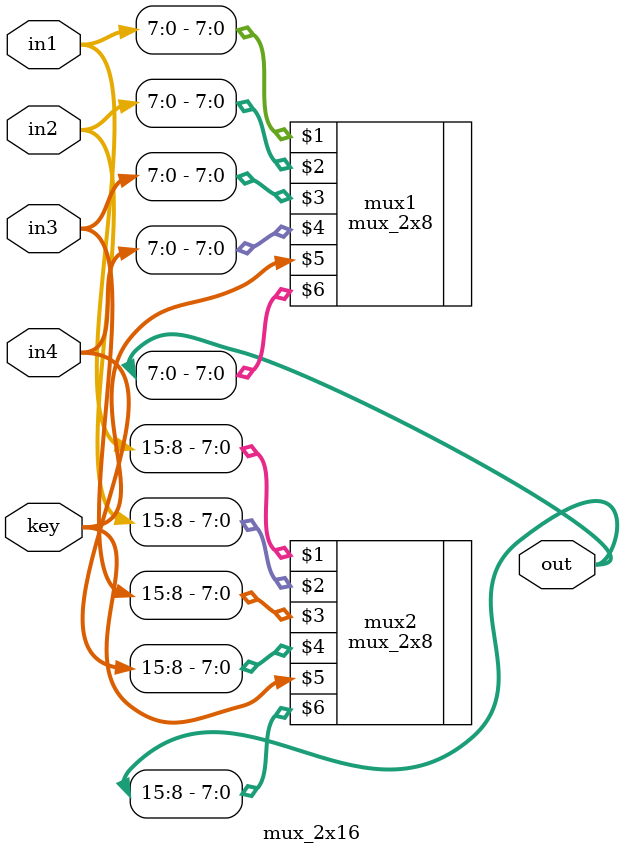
<source format=v>

`ifndef MULTIPLEXER_2X16
`define MULTIPLEXER_2X16

`include "mux_2x8.v"

module mux_2x16 (input [15:0] in1, input [15:0] in2, input [15:0] in3, input [15:0] in4, input [1:0] key, output [15:0] out);

    mux_2x8 mux1(in1[7:0], in2[7:0], in3[7:0], in4[7:0], key, out[7:0]);
    mux_2x8 mux2(in1[15:8], in2[15:8], in3[15:8], in4[15:8], key, out[15:8]);

endmodule

`endif
</source>
